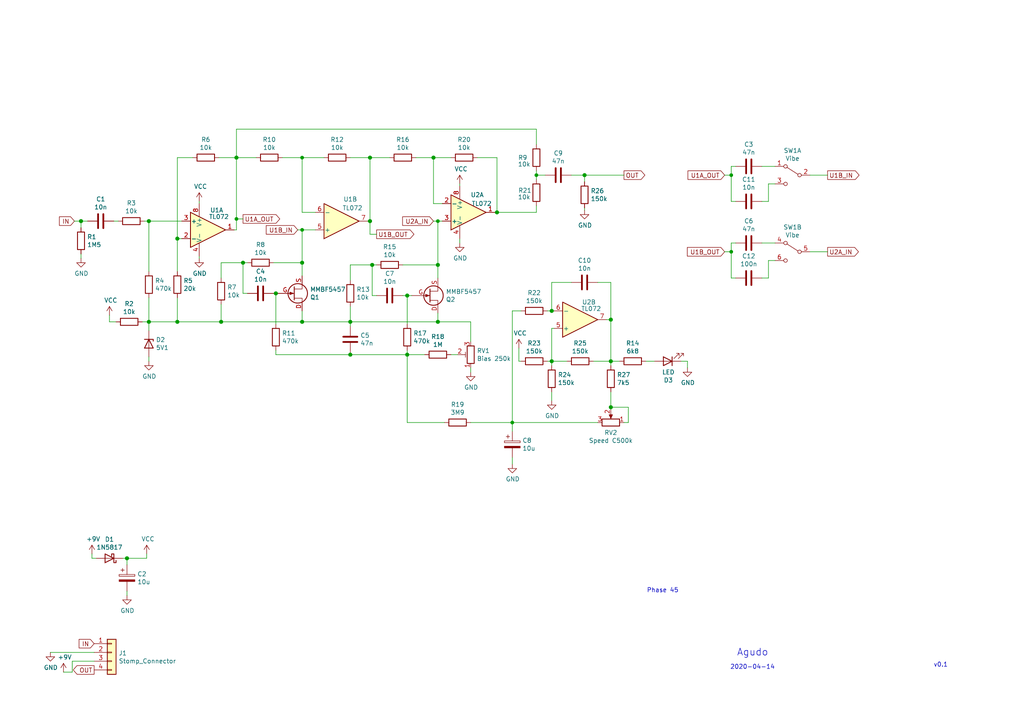
<source format=kicad_sch>
(kicad_sch (version 20201015) (generator eeschema)
  (page 1 1)
  (paper "A4")
  (lib_symbols
    (symbol "Amplifier_Operational:TL072" (pin_names (offset 0.127))
      (property "Reference" "U" (at 0 5.08 0))
      (property "Value" "TL072" (at 0 -5.08 0))
      (symbol "TL072_1_1"
        (polyline (pts (xy -5.08 5.08) (xy 5.08 0) (xy -5.08 -5.08) (xy -5.08 5.08)) (stroke (width 0.254)) (fill (type background)))
        (pin output line (at 7.62 0 180) (length 2.54) (name "~") (number "1"))
        (pin input line (at -7.62 -2.54 0) (length 2.54) (name "-") (number "2"))
        (pin input line (at -7.62 2.54 0) (length 2.54) (name "+") (number "3"))
      )
      (symbol "TL072_2_1"
        (polyline (pts (xy -5.08 5.08) (xy 5.08 0) (xy -5.08 -5.08) (xy -5.08 5.08)) (stroke (width 0.254)) (fill (type background)))
        (pin input line (at -7.62 2.54 0) (length 2.54) (name "+") (number "5"))
        (pin input line (at -7.62 -2.54 0) (length 2.54) (name "-") (number "6"))
        (pin output line (at 7.62 0 180) (length 2.54) (name "~") (number "7"))
      )
      (symbol "TL072_3_1"
        (pin power_in line (at -2.54 -7.62 90) (length 3.81) (name "V-") (number "4"))
        (pin power_in line (at -2.54 7.62 270) (length 3.81) (name "V+") (number "8"))
      )
    )
    (symbol "Device:C" (pin_numbers hide) (pin_names (offset 0.254))
      (property "Reference" "C" (at 0.635 2.54 0))
      (property "Value" "C" (at 0.635 -2.54 0))
      (symbol "C_0_1"
        (polyline (pts (xy -2.032 -0.762) (xy 2.032 -0.762)) (stroke (width 0.508)))
        (polyline (pts (xy -2.032 0.762) (xy 2.032 0.762)) (stroke (width 0.508)))
      )
      (symbol "C_1_1"
        (pin passive line (at 0 3.81 270) (length 2.794) (name "~") (number "1"))
        (pin passive line (at 0 -3.81 90) (length 2.794) (name "~") (number "2"))
      )
    )
    (symbol "Device:CP" (pin_numbers hide) (pin_names (offset 0.254))
      (property "Reference" "C" (at 0.635 2.54 0))
      (property "Value" "CP" (at 0.635 -2.54 0))
      (symbol "CP_0_1"
        (rectangle (start -2.286 0.508) (end 2.286 1.016))
        (rectangle (start 2.286 -0.508) (end -2.286 -1.016) (fill (type outline)))
        (polyline (pts (xy -1.778 2.286) (xy -0.762 2.286)))
        (polyline (pts (xy -1.27 2.794) (xy -1.27 1.778)))
      )
      (symbol "CP_1_1"
        (pin passive line (at 0 3.81 270) (length 2.794) (name "~") (number "1"))
        (pin passive line (at 0 -3.81 90) (length 2.794) (name "~") (number "2"))
      )
    )
    (symbol "Device:D_Zener" (pin_numbers hide) (pin_names (offset 1.016) hide)
      (property "Reference" "D" (at 0 2.54 0))
      (property "Value" "D_Zener" (at 0 -2.54 0))
      (symbol "D_Zener_0_1"
        (polyline (pts (xy 1.27 0) (xy -1.27 0)))
        (polyline (pts (xy -1.27 -1.27) (xy -1.27 1.27) (xy -0.762 1.27)) (stroke (width 0.254)))
        (polyline (pts (xy 1.27 -1.27) (xy 1.27 1.27) (xy -1.27 0) (xy 1.27 -1.27)) (stroke (width 0.254)))
      )
      (symbol "D_Zener_1_1"
        (pin passive line (at -3.81 0 0) (length 2.54) (name "K") (number "1"))
        (pin passive line (at 3.81 0 180) (length 2.54) (name "A") (number "2"))
      )
    )
    (symbol "Device:LED" (pin_numbers hide) (pin_names (offset 1.016) hide)
      (property "Reference" "D" (at 0 2.54 0))
      (property "Value" "LED" (at 0 -2.54 0))
      (symbol "LED_0_1"
        (polyline (pts (xy -1.27 -1.27) (xy -1.27 1.27)) (stroke (width 0.254)))
        (polyline (pts (xy -1.27 0) (xy 1.27 0)))
        (polyline (pts (xy 1.27 -1.27) (xy 1.27 1.27) (xy -1.27 0) (xy 1.27 -1.27)) (stroke (width 0.254)))
        (polyline (pts (xy -3.048 -0.762) (xy -4.572 -2.286) (xy -3.81 -2.286) (xy -4.572 -2.286) (xy -4.572 -1.524)))
        (polyline (pts (xy -1.778 -0.762) (xy -3.302 -2.286) (xy -2.54 -2.286) (xy -3.302 -2.286) (xy -3.302 -1.524)))
      )
      (symbol "LED_1_1"
        (pin passive line (at -3.81 0 0) (length 2.54) (name "K") (number "1"))
        (pin passive line (at 3.81 0 180) (length 2.54) (name "A") (number "2"))
      )
    )
    (symbol "Device:R" (pin_numbers hide) (pin_names (offset 0))
      (property "Reference" "R" (at 2.032 0 90))
      (property "Value" "R" (at 0 0 90))
      (symbol "R_0_1"
        (rectangle (start -1.016 -2.54) (end 1.016 2.54) (stroke (width 0.254)))
      )
      (symbol "R_1_1"
        (pin passive line (at 0 3.81 270) (length 1.27) (name "~") (number "1"))
        (pin passive line (at 0 -3.81 90) (length 1.27) (name "~") (number "2"))
      )
    )
    (symbol "Device:R_POT" (pin_names (offset 1.016) hide)
      (property "Reference" "RV" (at -4.445 0 90))
      (property "Value" "R_POT" (at -2.54 0 90))
      (symbol "R_POT_0_1"
        (rectangle (start 1.016 2.54) (end -1.016 -2.54) (stroke (width 0.254)))
        (polyline (pts (xy 2.54 0) (xy 1.524 0)))
        (polyline (pts (xy 1.143 0) (xy 2.286 0.508) (xy 2.286 -0.508) (xy 1.143 0)) (fill (type outline)))
      )
      (symbol "R_POT_1_1"
        (pin passive line (at 0 3.81 270) (length 1.27) (name "1") (number "1"))
        (pin passive line (at 3.81 0 180) (length 1.27) (name "2") (number "2"))
        (pin passive line (at 0 -3.81 90) (length 1.27) (name "3") (number "3"))
      )
    )
    (symbol "Device:R_POT_TRIM" (pin_names (offset 1.016) hide)
      (property "Reference" "RV" (at -4.445 0 90))
      (property "Value" "R_POT_TRIM" (at -2.54 0 90))
      (symbol "R_POT_TRIM_0_1"
        (rectangle (start 1.016 2.54) (end -1.016 -2.54) (stroke (width 0.254)))
        (polyline (pts (xy 1.524 0.762) (xy 1.524 -0.762)))
        (polyline (pts (xy 2.54 0) (xy 1.524 0)))
      )
      (symbol "R_POT_TRIM_1_1"
        (pin passive line (at 0 3.81 270) (length 1.27) (name "1") (number "1"))
        (pin passive line (at 3.81 0 180) (length 1.27) (name "2") (number "2"))
        (pin passive line (at 0 -3.81 90) (length 1.27) (name "3") (number "3"))
      )
    )
    (symbol "Diode:1N5817" (pin_numbers hide) (pin_names (offset 1.016) hide)
      (property "Reference" "D" (at 0 2.54 0))
      (property "Value" "1N5817" (at 0 -2.54 0))
      (symbol "1N5817_0_1"
        (polyline (pts (xy 1.27 0) (xy -1.27 0)))
        (polyline (pts (xy 1.27 1.27) (xy 1.27 -1.27) (xy -1.27 0) (xy 1.27 1.27)) (stroke (width 0.254)))
        (polyline (pts (xy -1.905 0.635) (xy -1.905 1.27) (xy -1.27 1.27) (xy -1.27 -1.27) (xy -0.635 -1.27) (xy -0.635 -0.635)) (stroke (width 0.254)))
      )
      (symbol "1N5817_1_1"
        (pin passive line (at -3.81 0 0) (length 2.54) (name "K") (number "1"))
        (pin passive line (at 3.81 0 180) (length 2.54) (name "A") (number "2"))
      )
    )
    (symbol "Switch:SW_DPDT_x2" (pin_names (offset 0) hide)
      (property "Reference" "SW" (at 0 4.318 0))
      (property "Value" "SW_DPDT_x2" (at 0 -5.08 0))
      (symbol "SW_DPDT_x2_0_0"
        (circle (center -2.032 0) (radius 0.508))
        (circle (center 2.032 -2.54) (radius 0.508))
      )
      (symbol "SW_DPDT_x2_0_1"
        (circle (center 2.032 2.54) (radius 0.508))
        (polyline (pts (xy -1.524 0.254) (xy 1.651 2.286)))
      )
      (symbol "SW_DPDT_x2_1_1"
        (pin passive line (at 5.08 2.54 180) (length 2.54) (name "A") (number "1"))
        (pin passive line (at -5.08 0 0) (length 2.54) (name "B") (number "2"))
        (pin passive line (at 5.08 -2.54 180) (length 2.54) (name "C") (number "3"))
      )
      (symbol "SW_DPDT_x2_2_1"
        (pin passive line (at 5.08 2.54 180) (length 2.54) (name "A") (number "4"))
        (pin passive line (at -5.08 0 0) (length 2.54) (name "B") (number "5"))
        (pin passive line (at 5.08 -2.54 180) (length 2.54) (name "C") (number "6"))
      )
    )
    (symbol "agudo-rescue:MMBF5457-rockola_kicad_symbols" (pin_names (offset 0) hide)
      (property "Reference" "Q" (at 5.08 1.27 0))
      (property "Value" "MMBF5457-rockola_kicad_symbols" (at 5.08 -1.27 0))
      (symbol "MMBF5457-rockola_kicad_symbols_0_1"
        (circle (center 1.27 0) (radius 2.8194) (stroke (width 0.254)))
        (polyline (pts (xy 0.254 1.905) (xy 0.254 -1.905) (xy 0.254 -1.905)) (stroke (width 0.254)))
        (polyline (pts (xy 2.54 -2.54) (xy 2.54 -1.27) (xy 0.254 -1.27)))
        (polyline (pts (xy 2.54 2.54) (xy 2.54 1.397) (xy 0.254 1.397)))
        (polyline (pts (xy 0 0) (xy -1.016 0.381) (xy -1.016 -0.381) (xy 0 0)) (fill (type outline)))
      )
      (symbol "MMBF5457-rockola_kicad_symbols_1_1"
        (pin passive line (at 2.54 5.08 270) (length 2.54) (name "D") (number "D"))
        (pin input line (at -5.08 0 0) (length 5.334) (name "G") (number "G"))
        (pin passive line (at 2.54 -5.08 90) (length 2.54) (name "S") (number "S"))
      )
    )
    (symbol "agudo-rescue:Stomp_Connector-rockola_kicad_symbols" (pin_names (offset 1.016) hide)
      (property "Reference" "J" (at 0 5.08 0))
      (property "Value" "Stomp_Connector-rockola_kicad_symbols" (at 0 -7.62 0))
      (symbol "Stomp_Connector-rockola_kicad_symbols_1_1"
        (rectangle (start -1.27 -4.953) (end 0 -5.207) (stroke (width 0.1524)))
        (rectangle (start -1.27 -2.413) (end 0 -2.667) (stroke (width 0.1524)))
        (rectangle (start -1.27 0.127) (end 0 -0.127) (stroke (width 0.1524)))
        (rectangle (start -1.27 2.667) (end 0 2.413) (stroke (width 0.1524)))
        (rectangle (start -1.27 3.81) (end 1.27 -6.35) (stroke (width 0.254)) (fill (type background)))
        (pin passive line (at -5.08 2.54 0) (length 3.81) (name "IN") (number "1"))
        (pin passive line (at -5.08 0 0) (length 3.81) (name "GND") (number "2"))
        (pin passive line (at -5.08 -2.54 0) (length 3.81) (name "SW") (number "3"))
        (pin passive line (at -5.08 -5.08 0) (length 3.81) (name "OUT") (number "4"))
      )
    )
    (symbol "power:+9V" (power) (pin_names (offset 0))
      (property "Value" "+9V" (at 0 3.556 0))
      (symbol "+9V_0_1"
        (polyline (pts (xy -0.762 1.27) (xy 0 2.54)))
        (polyline (pts (xy 0 0) (xy 0 2.54)))
        (polyline (pts (xy 0 2.54) (xy 0.762 1.27)))
      )
      (symbol "+9V_1_1"
        (pin power_in line (at 0 0 90) (length 0) hide (name "+9V") (number "1"))
      )
    )
    (symbol "power:GND" (power) (pin_names (offset 0))
      (property "Value" "GND" (at 0 -3.81 0))
      (symbol "GND_0_1"
        (polyline (pts (xy 0 0) (xy 0 -1.27) (xy 1.27 -1.27) (xy 0 -2.54) (xy -1.27 -1.27) (xy 0 -1.27)))
      )
      (symbol "GND_1_1"
        (pin power_in line (at 0 0 270) (length 0) hide (name "GND") (number "1"))
      )
    )
    (symbol "power:VCC" (power) (pin_names (offset 0))
      (property "Value" "VCC" (at 0 3.81 0))
      (symbol "VCC_0_1"
        (polyline (pts (xy -0.762 1.27) (xy 0 2.54)))
        (polyline (pts (xy 0 0) (xy 0 2.54)))
        (polyline (pts (xy 0 2.54) (xy 0.762 1.27)))
      )
      (symbol "VCC_1_1"
        (pin power_in line (at 0 0 90) (length 0) hide (name "VCC") (number "1"))
      )
    )
  )
  (junction (at 23.495 64.135) (diameter 1.016))
  (junction (at 36.83 161.925) (diameter 1.016))
  (junction (at 43.18 64.135) (diameter 1.016))
  (junction (at 43.18 93.345) (diameter 1.016))
  (junction (at 51.435 69.215) (diameter 1.016))
  (junction (at 51.435 93.345) (diameter 1.016))
  (junction (at 64.135 93.345) (diameter 1.016))
  (junction (at 68.58 45.72) (diameter 1.016))
  (junction (at 68.58 63.5) (diameter 0.9144))
  (junction (at 70.485 76.2) (diameter 1.016))
  (junction (at 80.01 85.09) (diameter 1.016))
  (junction (at 87.63 45.72) (diameter 0.9144))
  (junction (at 87.63 66.675) (diameter 0.9144))
  (junction (at 87.63 76.2) (diameter 1.016))
  (junction (at 87.63 93.345) (diameter 1.016))
  (junction (at 101.6 93.345) (diameter 1.016))
  (junction (at 101.6 102.87) (diameter 1.016))
  (junction (at 107.315 45.72) (diameter 1.016))
  (junction (at 107.315 64.135) (diameter 1.016))
  (junction (at 107.95 76.835) (diameter 1.016))
  (junction (at 118.11 85.725) (diameter 1.016))
  (junction (at 118.11 102.87) (diameter 1.016))
  (junction (at 125.73 45.72) (diameter 1.016))
  (junction (at 127 64.135) (diameter 0.9144))
  (junction (at 127 76.835) (diameter 1.016))
  (junction (at 127 93.345) (diameter 1.016))
  (junction (at 144.145 61.595) (diameter 1.016))
  (junction (at 148.59 122.555) (diameter 0.9144))
  (junction (at 155.575 50.8) (diameter 0.9144))
  (junction (at 160.02 90.17) (diameter 1.016))
  (junction (at 160.02 104.775) (diameter 1.016))
  (junction (at 169.545 50.8) (diameter 1.016))
  (junction (at 177.165 92.71) (diameter 1.016))
  (junction (at 177.165 104.775) (diameter 1.016))
  (junction (at 177.165 118.11) (diameter 1.016))
  (junction (at 212.09 50.8) (diameter 0.9144))
  (junction (at 212.09 73.025) (diameter 0.9144))
  (wire (pts (xy 14.605 189.23) (xy 27.305 189.23)))
  (wire (pts (xy 18.415 194.945) (xy 20.955 194.945)))
  (wire (pts (xy 20.955 191.77) (xy 27.305 191.77)))
  (wire (pts (xy 20.955 194.945) (xy 20.955 191.77)))
  (wire (pts (xy 23.495 64.135) (xy 21.59 64.135)))
  (wire (pts (xy 23.495 64.135) (xy 25.4 64.135)))
  (wire (pts (xy 23.495 66.04) (xy 23.495 64.135)))
  (wire (pts (xy 23.495 73.66) (xy 23.495 74.93)))
  (wire (pts (xy 26.67 161.925) (xy 26.67 160.655)))
  (wire (pts (xy 27.94 161.925) (xy 26.67 161.925)))
  (wire (pts (xy 31.75 91.44) (xy 31.75 93.345)))
  (wire (pts (xy 31.75 93.345) (xy 33.655 93.345)))
  (wire (pts (xy 33.02 64.135) (xy 34.29 64.135)))
  (wire (pts (xy 36.83 161.925) (xy 35.56 161.925)))
  (wire (pts (xy 36.83 161.925) (xy 36.83 163.83)))
  (wire (pts (xy 36.83 161.925) (xy 42.545 161.925)))
  (wire (pts (xy 36.83 171.45) (xy 36.83 172.72)))
  (wire (pts (xy 41.275 93.345) (xy 43.18 93.345)))
  (wire (pts (xy 41.91 64.135) (xy 43.18 64.135)))
  (wire (pts (xy 42.545 160.655) (xy 42.545 161.925)))
  (wire (pts (xy 43.18 64.135) (xy 43.18 78.74)))
  (wire (pts (xy 43.18 64.135) (xy 52.705 64.135)))
  (wire (pts (xy 43.18 86.36) (xy 43.18 93.345)))
  (wire (pts (xy 43.18 93.345) (xy 43.18 95.885)))
  (wire (pts (xy 43.18 93.345) (xy 51.435 93.345)))
  (wire (pts (xy 43.18 103.505) (xy 43.18 104.775)))
  (wire (pts (xy 51.435 45.72) (xy 51.435 69.215)))
  (wire (pts (xy 51.435 69.215) (xy 52.705 69.215)))
  (wire (pts (xy 51.435 78.74) (xy 51.435 69.215)))
  (wire (pts (xy 51.435 86.36) (xy 51.435 93.345)))
  (wire (pts (xy 51.435 93.345) (xy 64.135 93.345)))
  (wire (pts (xy 55.88 45.72) (xy 51.435 45.72)))
  (wire (pts (xy 57.785 58.42) (xy 57.785 59.055)))
  (wire (pts (xy 57.785 74.295) (xy 57.785 74.93)))
  (wire (pts (xy 63.5 45.72) (xy 68.58 45.72)))
  (wire (pts (xy 64.135 76.2) (xy 70.485 76.2)))
  (wire (pts (xy 64.135 80.645) (xy 64.135 76.2)))
  (wire (pts (xy 64.135 88.265) (xy 64.135 93.345)))
  (wire (pts (xy 64.135 93.345) (xy 87.63 93.345)))
  (wire (pts (xy 67.945 66.675) (xy 68.58 66.675)))
  (wire (pts (xy 68.58 37.465) (xy 68.58 45.72)))
  (wire (pts (xy 68.58 37.465) (xy 155.575 37.465)))
  (wire (pts (xy 68.58 45.72) (xy 68.58 63.5)))
  (wire (pts (xy 68.58 45.72) (xy 74.295 45.72)))
  (wire (pts (xy 68.58 63.5) (xy 68.58 66.675)))
  (wire (pts (xy 68.58 63.5) (xy 70.485 63.5)))
  (wire (pts (xy 70.485 76.2) (xy 71.755 76.2)))
  (wire (pts (xy 70.485 85.09) (xy 70.485 76.2)))
  (wire (pts (xy 71.755 85.09) (xy 70.485 85.09)))
  (wire (pts (xy 79.375 76.2) (xy 87.63 76.2)))
  (wire (pts (xy 79.375 85.09) (xy 80.01 85.09)))
  (wire (pts (xy 80.01 93.98) (xy 80.01 85.09)))
  (wire (pts (xy 80.01 102.87) (xy 80.01 101.6)))
  (wire (pts (xy 80.01 102.87) (xy 101.6 102.87)))
  (wire (pts (xy 81.915 45.72) (xy 87.63 45.72)))
  (wire (pts (xy 86.36 66.675) (xy 87.63 66.675)))
  (wire (pts (xy 87.63 45.72) (xy 93.98 45.72)))
  (wire (pts (xy 87.63 61.595) (xy 87.63 45.72)))
  (wire (pts (xy 87.63 66.675) (xy 87.63 76.2)))
  (wire (pts (xy 87.63 66.675) (xy 91.44 66.675)))
  (wire (pts (xy 87.63 76.2) (xy 87.63 80.01)))
  (wire (pts (xy 87.63 93.345) (xy 87.63 90.17)))
  (wire (pts (xy 91.44 61.595) (xy 87.63 61.595)))
  (wire (pts (xy 101.6 45.72) (xy 107.315 45.72)))
  (wire (pts (xy 101.6 76.835) (xy 107.95 76.835)))
  (wire (pts (xy 101.6 81.28) (xy 101.6 76.835)))
  (wire (pts (xy 101.6 88.9) (xy 101.6 93.345)))
  (wire (pts (xy 101.6 93.345) (xy 87.63 93.345)))
  (wire (pts (xy 101.6 93.345) (xy 101.6 94.615)))
  (wire (pts (xy 101.6 102.87) (xy 101.6 102.235)))
  (wire (pts (xy 101.6 102.87) (xy 118.11 102.87)))
  (wire (pts (xy 106.68 64.135) (xy 107.315 64.135)))
  (wire (pts (xy 107.315 45.72) (xy 107.315 64.135)))
  (wire (pts (xy 107.315 45.72) (xy 113.03 45.72)))
  (wire (pts (xy 107.315 64.135) (xy 107.315 67.945)))
  (wire (pts (xy 107.315 67.945) (xy 109.22 67.945)))
  (wire (pts (xy 107.95 76.835) (xy 109.22 76.835)))
  (wire (pts (xy 107.95 85.725) (xy 107.95 76.835)))
  (wire (pts (xy 109.22 85.725) (xy 107.95 85.725)))
  (wire (pts (xy 116.84 76.835) (xy 127 76.835)))
  (wire (pts (xy 116.84 85.725) (xy 118.11 85.725)))
  (wire (pts (xy 118.11 85.725) (xy 118.11 93.98)))
  (wire (pts (xy 118.11 85.725) (xy 119.38 85.725)))
  (wire (pts (xy 118.11 101.6) (xy 118.11 102.87)))
  (wire (pts (xy 118.11 102.87) (xy 123.19 102.87)))
  (wire (pts (xy 118.11 122.555) (xy 118.11 102.87)))
  (wire (pts (xy 120.65 45.72) (xy 125.73 45.72)))
  (wire (pts (xy 125.73 45.72) (xy 130.81 45.72)))
  (wire (pts (xy 125.73 59.055) (xy 125.73 45.72)))
  (wire (pts (xy 125.73 64.135) (xy 127 64.135)))
  (wire (pts (xy 127 64.135) (xy 127 76.835)))
  (wire (pts (xy 127 64.135) (xy 128.27 64.135)))
  (wire (pts (xy 127 76.835) (xy 127 80.645)))
  (wire (pts (xy 127 90.805) (xy 127 93.345)))
  (wire (pts (xy 127 93.345) (xy 101.6 93.345)))
  (wire (pts (xy 128.27 59.055) (xy 125.73 59.055)))
  (wire (pts (xy 128.905 122.555) (xy 118.11 122.555)))
  (wire (pts (xy 130.81 102.87) (xy 132.715 102.87)))
  (wire (pts (xy 133.35 53.34) (xy 133.35 53.975)))
  (wire (pts (xy 133.35 69.215) (xy 133.35 70.485)))
  (wire (pts (xy 136.525 93.345) (xy 127 93.345)))
  (wire (pts (xy 136.525 93.345) (xy 136.525 99.06)))
  (wire (pts (xy 136.525 106.68) (xy 136.525 107.95)))
  (wire (pts (xy 136.525 122.555) (xy 148.59 122.555)))
  (wire (pts (xy 138.43 45.72) (xy 144.145 45.72)))
  (wire (pts (xy 143.51 61.595) (xy 144.145 61.595)))
  (wire (pts (xy 144.145 45.72) (xy 144.145 61.595)))
  (wire (pts (xy 144.145 61.595) (xy 155.575 61.595)))
  (wire (pts (xy 148.59 90.17) (xy 148.59 122.555)))
  (wire (pts (xy 148.59 122.555) (xy 148.59 125.095)))
  (wire (pts (xy 148.59 132.715) (xy 148.59 134.62)))
  (wire (pts (xy 150.495 100.965) (xy 150.495 104.775)))
  (wire (pts (xy 150.495 104.775) (xy 151.13 104.775)))
  (wire (pts (xy 151.13 90.17) (xy 148.59 90.17)))
  (wire (pts (xy 155.575 37.465) (xy 155.575 41.91)))
  (wire (pts (xy 155.575 49.53) (xy 155.575 50.8)))
  (wire (pts (xy 155.575 50.8) (xy 155.575 52.07)))
  (wire (pts (xy 155.575 50.8) (xy 158.115 50.8)))
  (wire (pts (xy 155.575 59.69) (xy 155.575 61.595)))
  (wire (pts (xy 158.75 90.17) (xy 160.02 90.17)))
  (wire (pts (xy 158.75 104.775) (xy 160.02 104.775)))
  (wire (pts (xy 160.02 81.915) (xy 160.02 90.17)))
  (wire (pts (xy 160.02 90.17) (xy 160.655 90.17)))
  (wire (pts (xy 160.02 95.25) (xy 160.02 104.775)))
  (wire (pts (xy 160.02 104.775) (xy 160.02 106.045)))
  (wire (pts (xy 160.02 104.775) (xy 164.465 104.775)))
  (wire (pts (xy 160.02 113.665) (xy 160.02 116.205)))
  (wire (pts (xy 160.655 95.25) (xy 160.02 95.25)))
  (wire (pts (xy 165.735 81.915) (xy 160.02 81.915)))
  (wire (pts (xy 169.545 50.8) (xy 165.735 50.8)))
  (wire (pts (xy 169.545 50.8) (xy 180.975 50.8)))
  (wire (pts (xy 169.545 52.705) (xy 169.545 50.8)))
  (wire (pts (xy 169.545 60.325) (xy 169.545 60.96)))
  (wire (pts (xy 172.085 104.775) (xy 177.165 104.775)))
  (wire (pts (xy 173.355 122.555) (xy 148.59 122.555)))
  (wire (pts (xy 175.895 92.71) (xy 177.165 92.71)))
  (wire (pts (xy 177.165 81.915) (xy 173.355 81.915)))
  (wire (pts (xy 177.165 92.71) (xy 177.165 81.915)))
  (wire (pts (xy 177.165 104.775) (xy 177.165 92.71)))
  (wire (pts (xy 177.165 104.775) (xy 177.165 106.045)))
  (wire (pts (xy 177.165 104.775) (xy 179.705 104.775)))
  (wire (pts (xy 177.165 113.665) (xy 177.165 118.11)))
  (wire (pts (xy 177.165 118.11) (xy 177.165 118.745)))
  (wire (pts (xy 180.975 122.555) (xy 182.245 122.555)))
  (wire (pts (xy 182.245 118.11) (xy 177.165 118.11)))
  (wire (pts (xy 182.245 122.555) (xy 182.245 118.11)))
  (wire (pts (xy 187.325 104.775) (xy 189.865 104.775)))
  (wire (pts (xy 199.39 104.775) (xy 197.485 104.775)))
  (wire (pts (xy 199.39 104.775) (xy 199.39 106.68)))
  (wire (pts (xy 210.185 50.8) (xy 212.09 50.8)))
  (wire (pts (xy 210.185 73.025) (xy 212.09 73.025)))
  (wire (pts (xy 212.09 48.26) (xy 213.36 48.26)))
  (wire (pts (xy 212.09 50.8) (xy 212.09 48.26)))
  (wire (pts (xy 212.09 58.42) (xy 212.09 50.8)))
  (wire (pts (xy 212.09 70.485) (xy 213.36 70.485)))
  (wire (pts (xy 212.09 73.025) (xy 212.09 70.485)))
  (wire (pts (xy 212.09 80.645) (xy 212.09 73.025)))
  (wire (pts (xy 213.36 58.42) (xy 212.09 58.42)))
  (wire (pts (xy 213.36 80.645) (xy 212.09 80.645)))
  (wire (pts (xy 220.98 48.26) (xy 224.79 48.26)))
  (wire (pts (xy 220.98 58.42) (xy 222.885 58.42)))
  (wire (pts (xy 220.98 70.485) (xy 224.79 70.485)))
  (wire (pts (xy 220.98 80.645) (xy 222.885 80.645)))
  (wire (pts (xy 222.885 53.34) (xy 224.79 53.34)))
  (wire (pts (xy 222.885 58.42) (xy 222.885 53.34)))
  (wire (pts (xy 222.885 75.565) (xy 224.79 75.565)))
  (wire (pts (xy 222.885 80.645) (xy 222.885 75.565)))
  (wire (pts (xy 234.95 50.8) (xy 240.03 50.8)))
  (wire (pts (xy 234.95 73.025) (xy 240.03 73.025)))
  (text "Phase 45" (at 196.85 172.085 180) (effects (font (size 1.27 1.27)) (justify right bottom)))
  (text "Agudo" (at 222.885 190.5 180) (effects (font (size 2.0066 2.0066)) (justify right bottom)))
  (text "2020-04-14" (at 224.79 194.31 180) (effects (font (size 1.27 1.27)) (justify right bottom)))
  (text "v0.1" (at 274.955 193.675 180) (effects (font (size 1.27 1.27)) (justify right bottom)))
  (global_label "IN" (shape input) (at 21.59 64.135 180) (property "Intersheet References" "${INTERSHEET_REFS}" (effects hide)))
  (global_label "IN" (shape input) (at 27.305 186.69 180) (property "Intersheet References" "${INTERSHEET_REFS}" (effects hide)))
  (global_label "OUT" (shape output) (at 27.305 194.31 180) (property "Intersheet References" "${INTERSHEET_REFS}" (effects hide)))
  (global_label "U1A_OUT" (shape output) (at 70.485 63.5 0) (property "Intersheet References" "${INTERSHEET_REFS}" (effects hide)))
  (global_label "U1B_IN" (shape input) (at 86.36 66.675 180) (property "Intersheet References" "${INTERSHEET_REFS}" (effects hide)))
  (global_label "U1B_OUT" (shape output) (at 109.22 67.945 0) (property "Intersheet References" "${INTERSHEET_REFS}" (effects hide)))
  (global_label "U2A_IN" (shape input) (at 125.73 64.135 180) (property "Intersheet References" "${INTERSHEET_REFS}" (effects hide)))
  (global_label "OUT" (shape output) (at 180.975 50.8 0) (property "Intersheet References" "${INTERSHEET_REFS}" (effects hide)))
  (global_label "U1A_OUT" (shape input) (at 210.185 50.8 180) (property "Intersheet References" "${INTERSHEET_REFS}" (effects hide)))
  (global_label "U1B_OUT" (shape input) (at 210.185 73.025 180) (property "Intersheet References" "${INTERSHEET_REFS}" (effects hide)))
  (global_label "U1B_IN" (shape output) (at 240.03 50.8 0) (property "Intersheet References" "${INTERSHEET_REFS}" (effects hide)))
  (global_label "U2A_IN" (shape output) (at 240.03 73.025 0) (property "Intersheet References" "${INTERSHEET_REFS}" (effects hide)))
  (symbol (lib_id "power:+9V") (at 18.415 194.945 0) (unit 1)
    (property "Reference" "#PWR0101" (effects hide))
    (property "Value" "+9V" (at 18.7833 190.6206 0))
  )
  (symbol (lib_id "power:+9V") (at 26.67 160.655 0) (unit 1)
    (property "Reference" "#PWR07" (effects hide))
    (property "Value" "+9V" (at 27.051 156.337 0))
  )
  (symbol (lib_id "power:VCC") (at 31.75 91.44 0) (unit 1)
    (property "Reference" "#PWR04" (effects hide))
    (property "Value" "VCC" (at 32.1183 87.1156 0))
  )
  (symbol (lib_id "power:VCC") (at 42.545 160.655 0) (unit 1)
    (property "Reference" "#PWR05" (effects hide))
    (property "Value" "VCC" (at 42.9133 156.3306 0))
  )
  (symbol (lib_id "power:VCC") (at 57.785 58.42 0) (unit 1)
    (property "Reference" "#PWR09" (effects hide))
    (property "Value" "VCC" (at 58.1533 54.0956 0))
  )
  (symbol (lib_id "power:VCC") (at 133.35 53.34 0) (unit 1)
    (property "Reference" "#PWR012" (effects hide))
    (property "Value" "VCC" (at 133.7183 49.0156 0))
  )
  (symbol (lib_id "power:VCC") (at 150.495 100.965 0) (unit 1)
    (property "Reference" "#PWR020" (effects hide))
    (property "Value" "VCC" (at 150.8633 96.6406 0))
  )
  (symbol (lib_id "power:GND") (at 14.605 189.23 0) (unit 1)
    (property "Reference" "#PWR01" (effects hide))
    (property "Value" "GND" (at 14.732 193.6242 0))
  )
  (symbol (lib_id "power:GND") (at 23.495 74.93 0) (unit 1)
    (property "Reference" "#PWR02" (effects hide))
    (property "Value" "GND" (at 23.622 79.3242 0))
  )
  (symbol (lib_id "power:GND") (at 36.83 172.72 0) (unit 1)
    (property "Reference" "#PWR06" (effects hide))
    (property "Value" "GND" (at 36.957 177.1142 0))
  )
  (symbol (lib_id "power:GND") (at 43.18 104.775 0) (unit 1)
    (property "Reference" "#PWR08" (effects hide))
    (property "Value" "GND" (at 43.307 109.1692 0))
  )
  (symbol (lib_id "power:GND") (at 57.785 74.93 0) (unit 1)
    (property "Reference" "#PWR011" (effects hide))
    (property "Value" "GND" (at 57.912 79.3242 0))
  )
  (symbol (lib_id "power:GND") (at 133.35 70.485 0) (unit 1)
    (property "Reference" "#PWR014" (effects hide))
    (property "Value" "GND" (at 133.477 74.8792 0))
  )
  (symbol (lib_id "power:GND") (at 136.525 107.95 0) (unit 1)
    (property "Reference" "#PWR015" (effects hide))
    (property "Value" "GND" (at 136.652 112.3442 0))
  )
  (symbol (lib_id "power:GND") (at 148.59 134.62 0) (unit 1)
    (property "Reference" "#PWR019" (effects hide))
    (property "Value" "GND" (at 148.7043 138.9444 0))
  )
  (symbol (lib_id "power:GND") (at 160.02 116.205 0) (unit 1)
    (property "Reference" "#PWR017" (effects hide))
    (property "Value" "GND" (at 160.147 120.5992 0))
  )
  (symbol (lib_id "power:GND") (at 169.545 60.96 0) (unit 1)
    (property "Reference" "#PWR018" (effects hide))
    (property "Value" "GND" (at 169.672 65.3542 0))
  )
  (symbol (lib_id "power:GND") (at 199.39 106.68 0) (unit 1)
    (property "Reference" "#PWR0102" (effects hide))
    (property "Value" "GND" (at 199.5043 111.0044 0))
  )
  (symbol (lib_id "Device:R") (at 23.495 69.85 0) (unit 1)
    (property "Reference" "R1" (at 25.273 68.707 0) (effects (justify left)))
    (property "Value" "1M5" (at 25.273 70.993 0) (effects (justify left)))
    (property "Footprint" "Resistor_SMD:R_0603_1608Metric" (effects hide))
  )
  (symbol (lib_id "Device:R") (at 37.465 93.345 90) (unit 1)
    (property "Reference" "R2" (at 37.465 88.1126 90))
    (property "Value" "10k" (at 37.465 90.424 90))
    (property "Footprint" "Resistor_SMD:R_0603_1608Metric" (effects hide))
  )
  (symbol (lib_id "Device:R") (at 38.1 64.135 90) (unit 1)
    (property "Reference" "R3" (at 38.1 58.9026 90))
    (property "Value" "10k" (at 38.1 61.214 90))
    (property "Footprint" "Resistor_SMD:R_0603_1608Metric" (effects hide))
  )
  (symbol (lib_id "Device:R") (at 43.18 82.55 0) (unit 1)
    (property "Reference" "R4" (at 44.958 81.407 0) (effects (justify left)))
    (property "Value" "470k" (at 44.958 83.693 0) (effects (justify left)))
    (property "Footprint" "Resistor_SMD:R_0603_1608Metric" (effects hide))
  )
  (symbol (lib_id "Device:R") (at 51.435 82.55 0) (unit 1)
    (property "Reference" "R5" (at 53.213 81.407 0) (effects (justify left)))
    (property "Value" "20k" (at 53.213 83.693 0) (effects (justify left)))
    (property "Footprint" "Resistor_SMD:R_0603_1608Metric" (effects hide))
  )
  (symbol (lib_id "Device:R") (at 59.69 45.72 90) (unit 1)
    (property "Reference" "R6" (at 59.69 40.4876 90))
    (property "Value" "10k" (at 59.69 42.799 90))
    (property "Footprint" "Resistor_SMD:R_0603_1608Metric" (effects hide))
  )
  (symbol (lib_id "Device:R") (at 64.135 84.455 0) (unit 1)
    (property "Reference" "R7" (at 65.913 83.312 0) (effects (justify left)))
    (property "Value" "10k" (at 65.913 85.598 0) (effects (justify left)))
    (property "Footprint" "Resistor_SMD:R_0603_1608Metric" (effects hide))
  )
  (symbol (lib_id "Device:R") (at 75.565 76.2 90) (unit 1)
    (property "Reference" "R8" (at 75.565 70.9676 90))
    (property "Value" "10k" (at 75.565 73.279 90))
    (property "Footprint" "Resistor_SMD:R_0603_1608Metric" (effects hide))
  )
  (symbol (lib_id "Device:R") (at 78.105 45.72 90) (unit 1)
    (property "Reference" "R10" (at 78.105 40.4876 90))
    (property "Value" "10k" (at 78.105 42.799 90))
    (property "Footprint" "Resistor_SMD:R_0603_1608Metric" (effects hide))
  )
  (symbol (lib_id "Device:R") (at 80.01 97.79 180) (unit 1)
    (property "Reference" "R11" (at 81.788 96.647 0) (effects (justify right)))
    (property "Value" "470k" (at 81.788 98.933 0) (effects (justify right)))
    (property "Footprint" "Resistor_SMD:R_0603_1608Metric" (effects hide))
  )
  (symbol (lib_id "Device:R") (at 97.79 45.72 90) (unit 1)
    (property "Reference" "R12" (at 97.79 40.4876 90))
    (property "Value" "10k" (at 97.79 42.799 90))
    (property "Footprint" "Resistor_SMD:R_0603_1608Metric" (effects hide))
  )
  (symbol (lib_id "Device:R") (at 101.6 85.09 0) (unit 1)
    (property "Reference" "R13" (at 103.378 83.947 0) (effects (justify left)))
    (property "Value" "10k" (at 103.378 86.233 0) (effects (justify left)))
    (property "Footprint" "Resistor_SMD:R_0603_1608Metric" (effects hide))
  )
  (symbol (lib_id "Device:R") (at 113.03 76.835 90) (unit 1)
    (property "Reference" "R15" (at 113.03 71.6026 90))
    (property "Value" "10k" (at 113.03 73.914 90))
    (property "Footprint" "Resistor_SMD:R_0603_1608Metric" (effects hide))
  )
  (symbol (lib_id "Device:R") (at 116.84 45.72 90) (unit 1)
    (property "Reference" "R16" (at 116.84 40.4876 90))
    (property "Value" "10k" (at 116.84 42.799 90))
    (property "Footprint" "Resistor_SMD:R_0603_1608Metric" (effects hide))
  )
  (symbol (lib_id "Device:R") (at 118.11 97.79 0) (unit 1)
    (property "Reference" "R17" (at 119.888 96.647 0) (effects (justify left)))
    (property "Value" "470k" (at 119.888 98.933 0) (effects (justify left)))
    (property "Footprint" "Resistor_SMD:R_0603_1608Metric" (effects hide))
  )
  (symbol (lib_id "Device:R") (at 127 102.87 90) (unit 1)
    (property "Reference" "R18" (at 127 97.6376 90))
    (property "Value" "1M" (at 127 99.949 90))
    (property "Footprint" "Resistor_SMD:R_0603_1608Metric" (effects hide))
  )
  (symbol (lib_id "Device:R") (at 132.715 122.555 90) (unit 1)
    (property "Reference" "R19" (at 132.715 117.3226 90))
    (property "Value" "3M9" (at 132.715 119.634 90))
    (property "Footprint" "Resistor_SMD:R_0603_1608Metric" (effects hide))
  )
  (symbol (lib_id "Device:R") (at 134.62 45.72 90) (unit 1)
    (property "Reference" "R20" (at 134.62 40.4876 90))
    (property "Value" "10k" (at 134.62 42.799 90))
    (property "Footprint" "Resistor_SMD:R_0603_1608Metric" (effects hide))
  )
  (symbol (lib_id "Device:R") (at 154.94 90.17 90) (unit 1)
    (property "Reference" "R22" (at 154.94 84.9376 90))
    (property "Value" "150k" (at 154.94 87.249 90))
    (property "Footprint" "Resistor_SMD:R_0603_1608Metric" (effects hide))
  )
  (symbol (lib_id "Device:R") (at 154.94 104.775 90) (unit 1)
    (property "Reference" "R23" (at 154.94 99.5426 90))
    (property "Value" "150k" (at 154.94 101.854 90))
    (property "Footprint" "Resistor_SMD:R_0603_1608Metric" (effects hide))
  )
  (symbol (lib_id "Device:R") (at 155.575 45.72 180) (unit 1)
    (property "Reference" "R9" (at 151.6126 45.72 0))
    (property "Value" "10k" (at 152.019 47.625 0))
    (property "Footprint" "Resistor_SMD:R_0603_1608Metric" (effects hide))
  )
  (symbol (lib_id "Device:R") (at 155.575 55.88 180) (unit 1)
    (property "Reference" "R21" (at 152.2476 55.245 0))
    (property "Value" "10k" (at 152.019 57.15 0))
    (property "Footprint" "Resistor_SMD:R_0603_1608Metric" (effects hide))
  )
  (symbol (lib_id "Device:R") (at 160.02 109.855 0) (unit 1)
    (property "Reference" "R24" (at 161.798 108.712 0) (effects (justify left)))
    (property "Value" "150k" (at 161.798 110.998 0) (effects (justify left)))
    (property "Footprint" "Resistor_SMD:R_0603_1608Metric" (effects hide))
  )
  (symbol (lib_id "Device:R") (at 168.275 104.775 90) (unit 1)
    (property "Reference" "R25" (at 168.275 99.5426 90))
    (property "Value" "150k" (at 168.275 101.854 90))
    (property "Footprint" "Resistor_SMD:R_0603_1608Metric" (effects hide))
  )
  (symbol (lib_id "Device:R") (at 169.545 56.515 0) (unit 1)
    (property "Reference" "R26" (at 171.323 55.372 0) (effects (justify left)))
    (property "Value" "150k" (at 171.323 57.658 0) (effects (justify left)))
    (property "Footprint" "Resistor_SMD:R_0603_1608Metric" (effects hide))
  )
  (symbol (lib_id "Device:R") (at 177.165 109.855 0) (unit 1)
    (property "Reference" "R27" (at 178.943 108.712 0) (effects (justify left)))
    (property "Value" "7k5" (at 178.943 110.998 0) (effects (justify left)))
    (property "Footprint" "Resistor_SMD:R_0603_1608Metric" (effects hide))
  )
  (symbol (lib_id "Device:R") (at 183.515 104.775 90) (unit 1)
    (property "Reference" "R14" (at 183.515 99.5426 90))
    (property "Value" "6k8" (at 183.515 101.854 90))
    (property "Footprint" "Resistor_SMD:R_0603_1608Metric" (effects hide))
  )
  (symbol (lib_id "Diode:1N5817") (at 31.75 161.925 180) (unit 1)
    (property "Reference" "D1" (at 31.75 156.4386 0))
    (property "Value" "1N5817" (at 31.75 158.75 0))
    (property "Footprint" "diodes:DO41-3" (effects hide))
    (property "Datasheet" "http://www.vishay.com/docs/88525/1n5817.pdf" (effects hide))
  )
  (symbol (lib_id "Device:D_Zener") (at 43.18 99.695 270) (unit 1)
    (property "Reference" "D2" (at 45.212 98.552 90) (effects (justify left)))
    (property "Value" "5V1" (at 45.212 100.838 90) (effects (justify left)))
    (property "Footprint" "diodes:DO41-3" (effects hide))
  )
  (symbol (lib_id "Device:LED") (at 193.675 104.775 180) (unit 1)
    (property "Reference" "D3" (at 193.8528 110.2614 0))
    (property "Value" "LED" (at 193.8528 107.95 0))
    (property "Footprint" "LED_THT:LED_D3.0mm" (effects hide))
  )
  (symbol (lib_id "Amplifier_Operational:TL072") (at 60.325 66.675 0) (unit 3)
    (property "Reference" "U1" (effects hide))
    (property "Value" "TL072" (at 63.5 62.865 0))
    (property "Footprint" "Package_SO:SOIC-8_3.9x4.9mm_P1.27mm" (effects hide))
    (property "Datasheet" "http://www.ti.com/lit/ds/symlink/tl071.pdf" (effects hide))
  )
  (symbol (lib_id "Amplifier_Operational:TL072") (at 135.89 61.595 0) (unit 3)
    (property "Reference" "U2" (effects hide))
    (property "Value" "TL072" (effects hide))
    (property "Footprint" "Package_SO:SOIC-8_3.9x4.9mm_P1.27mm" (effects hide))
    (property "Datasheet" "http://www.ti.com/lit/ds/symlink/tl071.pdf" (effects hide))
  )
  (symbol (lib_id "Device:C") (at 29.21 64.135 90) (unit 1)
    (property "Reference" "C1" (at 29.21 57.7596 90))
    (property "Value" "10n" (at 29.21 60.071 90))
    (property "Footprint" "Capacitor_SMD:C_0603_1608Metric" (effects hide))
  )
  (symbol (lib_id "Device:CP") (at 36.83 167.64 0) (unit 1)
    (property "Reference" "C2" (at 39.8272 166.497 0) (effects (justify left)))
    (property "Value" "10u" (at 39.8272 168.783 0) (effects (justify left)))
    (property "Footprint" "rockola_kicad_footprints:CP_D5.0_P2.50" (effects hide))
  )
  (symbol (lib_id "Device:C") (at 75.565 85.09 90) (unit 1)
    (property "Reference" "C4" (at 75.565 78.7146 90))
    (property "Value" "10n" (at 75.565 81.026 90))
    (property "Footprint" "Capacitor_SMD:C_0603_1608Metric" (effects hide))
  )
  (symbol (lib_id "Device:C") (at 101.6 98.425 0) (unit 1)
    (property "Reference" "C5" (at 104.521 97.282 0) (effects (justify left)))
    (property "Value" "47n" (at 104.521 99.568 0) (effects (justify left)))
    (property "Footprint" "Capacitor_SMD:C_0603_1608Metric" (effects hide))
  )
  (symbol (lib_id "Device:C") (at 113.03 85.725 90) (unit 1)
    (property "Reference" "C7" (at 113.03 79.3496 90))
    (property "Value" "10n" (at 113.03 81.661 90))
    (property "Footprint" "Capacitor_SMD:C_0603_1608Metric" (effects hide))
  )
  (symbol (lib_id "Device:CP") (at 148.59 128.905 0) (unit 1)
    (property "Reference" "C8" (at 151.5111 127.7556 0) (effects (justify left)))
    (property "Value" "10u" (at 151.5111 130.0543 0) (effects (justify left)))
    (property "Footprint" "rockola_kicad_footprints:CP_D5.0_P2.50" (effects hide))
  )
  (symbol (lib_id "Device:C") (at 161.925 50.8 90) (unit 1)
    (property "Reference" "C9" (at 161.925 44.4246 90))
    (property "Value" "47n" (at 161.925 46.736 90))
    (property "Footprint" "Capacitor_SMD:C_0603_1608Metric" (effects hide))
  )
  (symbol (lib_id "Device:C") (at 169.545 81.915 90) (unit 1)
    (property "Reference" "C10" (at 169.545 75.5396 90))
    (property "Value" "10n" (at 169.545 77.851 90))
    (property "Footprint" "Capacitor_SMD:C_0603_1608Metric" (effects hide))
  )
  (symbol (lib_id "Device:C") (at 217.17 48.26 90) (unit 1)
    (property "Reference" "C3" (at 217.17 41.8846 90))
    (property "Value" "47n" (at 217.17 44.196 90))
    (property "Footprint" "Capacitor_SMD:C_0603_1608Metric" (effects hide))
  )
  (symbol (lib_id "Device:C") (at 217.17 58.42 90) (unit 1)
    (property "Reference" "C11" (at 217.17 52.0508 90))
    (property "Value" "10n" (at 217.17 54.3495 90))
    (property "Footprint" "Capacitor_SMD:C_0603_1608Metric" (effects hide))
  )
  (symbol (lib_id "Device:C") (at 217.17 70.485 90) (unit 1)
    (property "Reference" "C6" (at 217.17 64.1096 90))
    (property "Value" "47n" (at 217.17 66.421 90))
    (property "Footprint" "Capacitor_SMD:C_0603_1608Metric" (effects hide))
  )
  (symbol (lib_id "Device:C") (at 217.17 80.645 90) (unit 1)
    (property "Reference" "C12" (at 217.17 74.2758 90))
    (property "Value" "100n" (at 217.17 76.5745 90))
    (property "Footprint" "Capacitor_SMD:C_0603_1608Metric" (effects hide))
  )
  (symbol (lib_id "Device:R_POT_TRIM") (at 136.525 102.87 180) (unit 1)
    (property "Reference" "RV1" (at 138.303 101.727 0) (effects (justify right)))
    (property "Value" "Bias 250k" (at 138.303 104.013 0) (effects (justify right)))
    (property "Footprint" "potentiometers:TRIM1" (effects hide))
  )
  (symbol (lib_id "Device:R_POT") (at 177.165 122.555 270) (mirror x) (unit 1)
    (property "Reference" "RV2" (at 177.165 125.476 90))
    (property "Value" "Speed C500k" (at 177.165 127.7874 90))
    (property "Footprint" "rockola_kicad_footprints:16mm_BoardMount" (effects hide))
  )
  (symbol (lib_id "agudo-rescue:Stomp_Connector-rockola_kicad_symbols") (at 32.385 189.23 0) (unit 1)
    (property "Reference" "J1" (at 34.417 189.4332 0) (effects (justify left)))
    (property "Value" "Stomp_Connector" (at 34.417 191.7446 0) (effects (justify left)))
    (property "Footprint" "rockola_kicad_footprints:Stomp_4pin_Power_No_LED" (effects hide))
  )
  (symbol (lib_id "Switch:SW_DPDT_x2") (at 229.87 50.8 0) (mirror y) (unit 1)
    (property "Reference" "SW1" (at 229.87 43.669 0))
    (property "Value" "Vibe" (at 229.87 45.967 0))
    (property "Footprint" "switches:DPDT.WIRE" (effects hide))
  )
  (symbol (lib_id "Switch:SW_DPDT_x2") (at 229.87 73.025 0) (mirror y) (unit 2)
    (property "Reference" "SW1" (at 229.87 65.894 0))
    (property "Value" "Vibe" (at 229.87 68.192 0))
    (property "Footprint" "switches:DPDT.WIRE" (effects hide))
  )
  (symbol (lib_id "agudo-rescue:MMBF5457-rockola_kicad_symbols") (at 85.09 85.09 0) (mirror x) (unit 1)
    (property "Reference" "Q1" (at 89.9414 86.233 0) (effects (justify left)))
    (property "Value" "MMBF5457" (at 89.9414 83.947 0) (effects (justify left)))
    (property "Footprint" "rockola_kicad_footprints:SOT-23_NJFET_DSG" (effects hide))
  )
  (symbol (lib_id "agudo-rescue:MMBF5457-rockola_kicad_symbols") (at 124.46 85.725 0) (mirror x) (unit 1)
    (property "Reference" "Q2" (at 129.3114 86.868 0) (effects (justify left)))
    (property "Value" "MMBF5457" (at 129.3114 84.582 0) (effects (justify left)))
    (property "Footprint" "rockola_kicad_footprints:SOT-23_NJFET_DSG" (effects hide))
  )
  (symbol (lib_id "Amplifier_Operational:TL072") (at 60.325 66.675 0) (unit 1)
    (property "Reference" "U1" (at 62.865 60.96 0))
    (property "Value" "TL072" (effects hide))
    (property "Footprint" "Package_SO:SOIC-8_3.9x4.9mm_P1.27mm" (effects hide))
    (property "Datasheet" "http://www.ti.com/lit/ds/symlink/tl071.pdf" (effects hide))
  )
  (symbol (lib_id "Amplifier_Operational:TL072") (at 99.06 64.135 0) (mirror x) (unit 2)
    (property "Reference" "U1" (at 101.6 57.785 0))
    (property "Value" "TL072" (at 102.235 60.325 0))
    (property "Footprint" "Package_SO:SOIC-8_3.9x4.9mm_P1.27mm" (effects hide))
    (property "Datasheet" "http://www.ti.com/lit/ds/symlink/tl071.pdf" (effects hide))
  )
  (symbol (lib_id "Amplifier_Operational:TL072") (at 135.89 61.595 0) (mirror x) (unit 1)
    (property "Reference" "U2" (at 138.43 56.515 0))
    (property "Value" "TL072" (at 139.7 59.055 0))
    (property "Footprint" "Package_SO:SOIC-8_3.9x4.9mm_P1.27mm" (effects hide))
    (property "Datasheet" "http://www.ti.com/lit/ds/symlink/tl071.pdf" (effects hide))
  )
  (symbol (lib_id "Amplifier_Operational:TL072") (at 168.275 92.71 0) (mirror x) (unit 2)
    (property "Reference" "U2" (at 170.815 87.63 0))
    (property "Value" "TL072" (at 171.45 89.535 0))
    (property "Footprint" "Package_SO:SOIC-8_3.9x4.9mm_P1.27mm" (effects hide))
    (property "Datasheet" "http://www.ti.com/lit/ds/symlink/tl071.pdf" (effects hide))
  )
)
</source>
